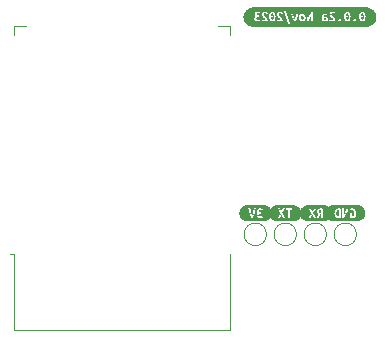
<source format=gbr>
%TF.GenerationSoftware,KiCad,Pcbnew,7.0.1-0*%
%TF.CreationDate,2023-11-20T21:41:35+01:00*%
%TF.ProjectId,luz,6c757a2e-6b69-4636-9164-5f7063625858,rev?*%
%TF.SameCoordinates,Original*%
%TF.FileFunction,Legend,Bot*%
%TF.FilePolarity,Positive*%
%FSLAX46Y46*%
G04 Gerber Fmt 4.6, Leading zero omitted, Abs format (unit mm)*
G04 Created by KiCad (PCBNEW 7.0.1-0) date 2023-11-20 21:41:35*
%MOMM*%
%LPD*%
G01*
G04 APERTURE LIST*
%ADD10C,0.120000*%
G04 APERTURE END LIST*
%TO.C,kibuzzard-655BB508*%
G36*
X69891590Y-97683185D02*
G01*
X69931595Y-97693980D01*
X69958900Y-97715570D01*
X69969060Y-97752400D01*
X69938580Y-97810185D01*
X69859840Y-97827330D01*
X69810310Y-97826695D01*
X69768400Y-97823520D01*
X69768400Y-97686360D01*
X69805230Y-97681915D01*
X69844600Y-97680010D01*
X69891590Y-97683185D01*
G37*
G36*
X68008339Y-97475064D02*
G01*
X68046915Y-97511735D01*
X68070251Y-97568409D01*
X68078030Y-97640640D01*
X68070886Y-97713030D01*
X68049455Y-97770180D01*
X68012149Y-97807327D01*
X67957380Y-97819710D01*
X67903881Y-97807327D01*
X67865305Y-97770180D01*
X67841969Y-97713030D01*
X67834190Y-97640640D01*
X67841334Y-97568409D01*
X67862765Y-97511735D01*
X67900071Y-97475064D01*
X67954840Y-97462840D01*
X68008339Y-97475064D01*
G37*
G36*
X72979119Y-97803359D02*
G01*
X72937685Y-97750495D01*
X72918988Y-97696238D01*
X72907769Y-97627446D01*
X72904030Y-97544120D01*
X72904605Y-97531420D01*
X72964990Y-97531420D01*
X72984675Y-97590475D01*
X73034840Y-97615240D01*
X73086910Y-97590475D01*
X73105960Y-97531420D01*
X73086910Y-97471730D01*
X73034840Y-97446330D01*
X72984675Y-97471730D01*
X72964990Y-97531420D01*
X72904605Y-97531420D01*
X72907769Y-97461499D01*
X72918988Y-97393131D01*
X72937685Y-97339015D01*
X72979119Y-97286151D01*
X73036110Y-97268530D01*
X73092308Y-97286151D01*
X73133900Y-97339015D01*
X73152950Y-97393131D01*
X73164380Y-97461499D01*
X73168190Y-97544120D01*
X73164380Y-97627446D01*
X73152950Y-97696238D01*
X73133900Y-97750495D01*
X73092308Y-97803359D01*
X73036110Y-97820980D01*
X73034840Y-97820587D01*
X72979119Y-97803359D01*
G37*
G36*
X71709119Y-97803359D02*
G01*
X71667685Y-97750495D01*
X71648988Y-97696238D01*
X71637769Y-97627446D01*
X71634030Y-97544120D01*
X71634605Y-97531420D01*
X71694990Y-97531420D01*
X71714675Y-97590475D01*
X71764840Y-97615240D01*
X71816910Y-97590475D01*
X71835960Y-97531420D01*
X71816910Y-97471730D01*
X71764840Y-97446330D01*
X71714675Y-97471730D01*
X71694990Y-97531420D01*
X71634605Y-97531420D01*
X71637769Y-97461499D01*
X71648988Y-97393131D01*
X71667685Y-97339015D01*
X71709119Y-97286151D01*
X71766110Y-97268530D01*
X71822307Y-97286151D01*
X71863900Y-97339015D01*
X71882950Y-97393131D01*
X71894380Y-97461499D01*
X71898190Y-97544120D01*
X71894380Y-97627446D01*
X71882950Y-97696238D01*
X71863900Y-97750495D01*
X71822307Y-97803359D01*
X71766110Y-97820980D01*
X71764840Y-97820587D01*
X71709119Y-97803359D01*
G37*
G36*
X65359119Y-97803359D02*
G01*
X65317685Y-97750495D01*
X65298988Y-97696238D01*
X65287769Y-97627446D01*
X65284030Y-97544120D01*
X65284605Y-97531420D01*
X65344990Y-97531420D01*
X65364675Y-97590475D01*
X65414840Y-97615240D01*
X65466910Y-97590475D01*
X65485960Y-97531420D01*
X65466910Y-97471730D01*
X65414840Y-97446330D01*
X65364675Y-97471730D01*
X65344990Y-97531420D01*
X65284605Y-97531420D01*
X65287769Y-97461499D01*
X65298988Y-97393131D01*
X65317685Y-97339015D01*
X65359119Y-97286151D01*
X65416110Y-97268530D01*
X65472308Y-97286151D01*
X65513900Y-97339015D01*
X65532950Y-97393131D01*
X65544380Y-97461499D01*
X65548190Y-97544120D01*
X65544380Y-97627446D01*
X65532950Y-97696238D01*
X65513900Y-97750495D01*
X65472308Y-97803359D01*
X65416110Y-97820980D01*
X65414840Y-97820587D01*
X65359119Y-97803359D01*
G37*
G36*
X72399840Y-98413223D02*
G01*
X71766110Y-98413223D01*
X71129840Y-98413223D01*
X70226870Y-98413223D01*
X69871270Y-98413223D01*
X68457760Y-98413223D01*
X67954840Y-98413223D01*
X67392230Y-98413223D01*
X66781360Y-98413223D01*
X65781870Y-98413223D01*
X65416110Y-98413223D01*
X64511870Y-98413223D01*
X64193100Y-98413223D01*
X63890840Y-98413223D01*
X63785007Y-98413223D01*
X63705297Y-98409307D01*
X63626355Y-98397597D01*
X63548940Y-98378206D01*
X63473800Y-98351320D01*
X63401656Y-98317199D01*
X63333204Y-98276170D01*
X63269103Y-98228630D01*
X63209971Y-98175036D01*
X63156377Y-98115903D01*
X63108836Y-98051803D01*
X63067808Y-97983351D01*
X63033686Y-97911207D01*
X63006800Y-97836066D01*
X62987409Y-97758652D01*
X62979511Y-97705410D01*
X63890840Y-97705410D01*
X63908620Y-97805740D01*
X63963230Y-97885115D01*
X64005140Y-97914960D01*
X64057210Y-97937185D01*
X64119757Y-97950996D01*
X64193100Y-97955600D01*
X64254695Y-97951155D01*
X64316925Y-97940360D01*
X64372170Y-97926390D01*
X64411540Y-97912420D01*
X64387570Y-97809550D01*
X64511870Y-97809550D01*
X64511870Y-97939090D01*
X65024950Y-97939090D01*
X65028125Y-97907340D01*
X65027490Y-97880670D01*
X65021616Y-97819710D01*
X65003995Y-97763830D01*
X64977325Y-97712554D01*
X64944305Y-97665405D01*
X64906840Y-97621908D01*
X64866835Y-97581585D01*
X64827332Y-97544120D01*
X65143060Y-97544120D01*
X65147426Y-97641593D01*
X65160523Y-97725730D01*
X65182351Y-97796532D01*
X65212910Y-97854000D01*
X65266532Y-97910444D01*
X65334266Y-97944311D01*
X65416110Y-97955600D01*
X65497954Y-97944311D01*
X65565688Y-97910444D01*
X65619310Y-97854000D01*
X65642947Y-97809550D01*
X65781870Y-97809550D01*
X65781870Y-97939090D01*
X66294950Y-97939090D01*
X66298125Y-97907340D01*
X66297490Y-97880670D01*
X66291616Y-97819710D01*
X66273995Y-97763830D01*
X66247325Y-97712554D01*
X66214305Y-97665405D01*
X66176840Y-97621908D01*
X66136835Y-97581585D01*
X66096830Y-97543644D01*
X66059365Y-97507290D01*
X65999675Y-97438710D01*
X65976180Y-97371400D01*
X66005390Y-97297105D01*
X66079050Y-97271070D01*
X66156520Y-97288850D01*
X66236530Y-97348540D01*
X66314000Y-97239320D01*
X66259231Y-97192965D01*
X66196525Y-97160580D01*
X66130009Y-97141530D01*
X66063810Y-97135180D01*
X65971100Y-97149150D01*
X65892360Y-97191060D01*
X65837750Y-97261545D01*
X65817430Y-97359970D01*
X65832670Y-97438075D01*
X65873310Y-97511100D01*
X65930460Y-97579680D01*
X65995230Y-97643180D01*
X66033330Y-97679375D01*
X66073970Y-97722555D01*
X66106355Y-97767640D01*
X66119690Y-97809550D01*
X65781870Y-97809550D01*
X65642947Y-97809550D01*
X65649869Y-97796532D01*
X65671697Y-97725730D01*
X65684794Y-97641593D01*
X65689160Y-97544120D01*
X65684715Y-97447759D01*
X65671380Y-97364415D01*
X65649155Y-97294089D01*
X65618040Y-97236780D01*
X65563994Y-97180336D01*
X65496684Y-97146469D01*
X65416110Y-97135180D01*
X65334266Y-97146398D01*
X65266532Y-97180053D01*
X65212910Y-97236145D01*
X65182351Y-97293255D01*
X65160523Y-97363621D01*
X65147426Y-97447243D01*
X65143060Y-97544120D01*
X64827332Y-97544120D01*
X64826830Y-97543644D01*
X64789365Y-97507290D01*
X64729675Y-97438710D01*
X64706180Y-97371400D01*
X64735390Y-97297105D01*
X64809050Y-97271070D01*
X64886520Y-97288850D01*
X64966530Y-97348540D01*
X65044000Y-97239320D01*
X64989231Y-97192965D01*
X64926525Y-97160580D01*
X64860009Y-97141530D01*
X64793810Y-97135180D01*
X64701100Y-97149150D01*
X64622360Y-97191060D01*
X64567750Y-97261545D01*
X64547430Y-97359970D01*
X64562670Y-97438075D01*
X64603310Y-97511100D01*
X64660460Y-97579680D01*
X64725230Y-97643180D01*
X64763330Y-97679375D01*
X64803970Y-97722555D01*
X64836355Y-97767640D01*
X64849690Y-97809550D01*
X64511870Y-97809550D01*
X64387570Y-97809550D01*
X64381060Y-97781610D01*
X64305495Y-97808280D01*
X64254536Y-97818758D01*
X64194370Y-97822250D01*
X64126266Y-97813678D01*
X64081975Y-97787960D01*
X64049590Y-97702870D01*
X64061972Y-97650006D01*
X64099120Y-97615875D01*
X64155317Y-97597301D01*
X64224850Y-97591110D01*
X64273110Y-97591110D01*
X64273110Y-97461570D01*
X64214690Y-97461570D01*
X64166430Y-97456490D01*
X64123250Y-97439980D01*
X64092135Y-97409500D01*
X64080070Y-97361240D01*
X64106105Y-97293295D01*
X64177860Y-97268530D01*
X64266125Y-97283135D01*
X64341690Y-97319330D01*
X64397570Y-97205030D01*
X64306765Y-97158675D01*
X64246599Y-97141054D01*
X64179130Y-97135180D01*
X64117376Y-97139307D01*
X64064195Y-97151690D01*
X63983550Y-97198045D01*
X63936560Y-97268530D01*
X63921320Y-97356160D01*
X63947990Y-97446330D01*
X64019110Y-97512370D01*
X63964976Y-97543803D01*
X63924495Y-97587300D01*
X63899254Y-97641593D01*
X63890840Y-97705410D01*
X62979511Y-97705410D01*
X62975699Y-97679710D01*
X62971783Y-97600000D01*
X62975699Y-97520290D01*
X62987409Y-97441348D01*
X63006800Y-97363934D01*
X63033686Y-97288793D01*
X63067808Y-97216649D01*
X63108836Y-97148197D01*
X63156377Y-97084097D01*
X63186048Y-97051360D01*
X66428300Y-97051360D01*
X66781360Y-98148640D01*
X66943920Y-98148640D01*
X66682570Y-97342190D01*
X67021390Y-97342190D01*
X67048774Y-97430574D01*
X67077587Y-97515386D01*
X67107829Y-97596627D01*
X67139500Y-97674295D01*
X67181833Y-97771168D01*
X67222473Y-97859433D01*
X67261420Y-97939090D01*
X67392230Y-97939090D01*
X67430542Y-97859433D01*
X67469277Y-97771168D01*
X67508435Y-97674295D01*
X67521552Y-97639370D01*
X67674170Y-97639370D01*
X67679250Y-97707156D01*
X67694490Y-97768275D01*
X67718937Y-97822091D01*
X67751640Y-97867970D01*
X67792121Y-97905118D01*
X67839905Y-97932740D01*
X67894356Y-97949885D01*
X67954840Y-97955600D01*
X68015324Y-97949885D01*
X68049608Y-97939090D01*
X68332030Y-97939090D01*
X68457760Y-97939090D01*
X68494378Y-97851954D01*
X68533113Y-97764959D01*
X68573965Y-97678105D01*
X68616933Y-97591251D01*
X68662018Y-97504256D01*
X68709220Y-97417120D01*
X68709220Y-97939090D01*
X68850190Y-97939090D01*
X68850190Y-97925120D01*
X69618540Y-97925120D01*
X69720140Y-97942900D01*
X69791578Y-97950520D01*
X69871270Y-97953060D01*
X69974775Y-97942900D01*
X70054150Y-97909245D01*
X70104950Y-97848285D01*
X70112430Y-97809550D01*
X70226870Y-97809550D01*
X70226870Y-97939090D01*
X70739950Y-97939090D01*
X70743125Y-97907340D01*
X70742490Y-97880670D01*
X70738452Y-97838760D01*
X71016810Y-97838760D01*
X71051100Y-97923850D01*
X71129840Y-97953060D01*
X71173020Y-97945440D01*
X71209215Y-97923215D01*
X71234615Y-97887655D01*
X71244140Y-97838760D01*
X71234615Y-97791135D01*
X71209215Y-97756210D01*
X71173020Y-97734620D01*
X71129840Y-97727000D01*
X71051100Y-97756210D01*
X71016810Y-97838760D01*
X70738452Y-97838760D01*
X70736616Y-97819710D01*
X70718995Y-97763830D01*
X70692325Y-97712554D01*
X70659305Y-97665405D01*
X70621840Y-97621908D01*
X70581835Y-97581585D01*
X70542332Y-97544120D01*
X71493060Y-97544120D01*
X71497426Y-97641593D01*
X71510523Y-97725730D01*
X71532351Y-97796532D01*
X71562910Y-97854000D01*
X71616532Y-97910444D01*
X71684266Y-97944311D01*
X71766110Y-97955600D01*
X71847954Y-97944311D01*
X71915688Y-97910444D01*
X71969310Y-97854000D01*
X71977414Y-97838760D01*
X72286810Y-97838760D01*
X72321100Y-97923850D01*
X72399840Y-97953060D01*
X72443020Y-97945440D01*
X72479215Y-97923215D01*
X72504615Y-97887655D01*
X72514140Y-97838760D01*
X72504615Y-97791135D01*
X72479215Y-97756210D01*
X72443020Y-97734620D01*
X72399840Y-97727000D01*
X72321100Y-97756210D01*
X72286810Y-97838760D01*
X71977414Y-97838760D01*
X71999869Y-97796532D01*
X72021697Y-97725730D01*
X72034794Y-97641593D01*
X72039160Y-97544120D01*
X72763060Y-97544120D01*
X72767426Y-97641593D01*
X72780522Y-97725730D01*
X72802351Y-97796532D01*
X72832910Y-97854000D01*
X72886532Y-97910444D01*
X72954266Y-97944311D01*
X73036110Y-97955600D01*
X73117954Y-97944311D01*
X73185688Y-97910444D01*
X73239310Y-97854000D01*
X73269869Y-97796532D01*
X73291698Y-97725730D01*
X73304794Y-97641593D01*
X73309160Y-97544120D01*
X73304715Y-97447759D01*
X73291380Y-97364415D01*
X73269155Y-97294089D01*
X73238040Y-97236780D01*
X73183994Y-97180336D01*
X73116684Y-97146469D01*
X73036110Y-97135180D01*
X72954266Y-97146398D01*
X72886532Y-97180053D01*
X72832910Y-97236145D01*
X72802351Y-97293255D01*
X72780522Y-97363621D01*
X72767426Y-97447243D01*
X72763060Y-97544120D01*
X72039160Y-97544120D01*
X72034715Y-97447759D01*
X72021380Y-97364415D01*
X71999155Y-97294089D01*
X71968040Y-97236780D01*
X71913994Y-97180336D01*
X71846684Y-97146469D01*
X71766110Y-97135180D01*
X71684266Y-97146398D01*
X71616532Y-97180053D01*
X71562910Y-97236145D01*
X71532351Y-97293255D01*
X71510523Y-97363621D01*
X71497426Y-97447243D01*
X71493060Y-97544120D01*
X70542332Y-97544120D01*
X70541830Y-97543644D01*
X70504365Y-97507290D01*
X70444675Y-97438710D01*
X70421180Y-97371400D01*
X70450390Y-97297105D01*
X70524050Y-97271070D01*
X70601520Y-97288850D01*
X70681530Y-97348540D01*
X70759000Y-97239320D01*
X70704231Y-97192965D01*
X70641525Y-97160580D01*
X70575009Y-97141530D01*
X70508810Y-97135180D01*
X70416100Y-97149150D01*
X70337360Y-97191060D01*
X70282750Y-97261545D01*
X70262430Y-97359970D01*
X70277670Y-97438075D01*
X70318310Y-97511100D01*
X70375460Y-97579680D01*
X70440230Y-97643180D01*
X70478330Y-97679375D01*
X70518970Y-97722555D01*
X70551355Y-97767640D01*
X70564690Y-97809550D01*
X70226870Y-97809550D01*
X70112430Y-97809550D01*
X70122730Y-97756210D01*
X70102410Y-97668580D01*
X70047800Y-97611430D01*
X69969060Y-97580315D01*
X69876350Y-97570790D01*
X69818882Y-97573330D01*
X69768400Y-97580950D01*
X69768400Y-97561900D01*
X69796340Y-97487605D01*
X69834440Y-97465221D01*
X69892860Y-97457760D01*
X69978585Y-97464110D01*
X70045260Y-97479350D01*
X70066850Y-97353620D01*
X69984300Y-97335205D01*
X69930007Y-97329014D01*
X69873810Y-97326950D01*
X69806341Y-97331236D01*
X69751255Y-97344095D01*
X69673150Y-97392355D01*
X69631240Y-97468555D01*
X69618540Y-97569520D01*
X69618540Y-97925120D01*
X68850190Y-97925120D01*
X68850190Y-97152960D01*
X68724460Y-97152960D01*
X68688900Y-97211221D01*
X68653340Y-97274245D01*
X68618256Y-97339491D01*
X68584125Y-97404420D01*
X68551740Y-97468237D01*
X68521895Y-97530150D01*
X68495384Y-97587300D01*
X68473000Y-97636830D01*
X68473000Y-97152960D01*
X68332030Y-97152960D01*
X68332030Y-97939090D01*
X68049608Y-97939090D01*
X68069775Y-97932740D01*
X68117717Y-97905118D01*
X68158675Y-97867970D01*
X68191854Y-97822091D01*
X68216460Y-97768275D01*
X68231700Y-97707156D01*
X68236780Y-97639370D01*
X68231541Y-97572536D01*
X68215825Y-97511735D01*
X68190742Y-97458078D01*
X68157405Y-97412675D01*
X68116289Y-97376163D01*
X68067870Y-97349175D01*
X68013577Y-97332506D01*
X67954840Y-97326950D01*
X67895309Y-97332506D01*
X67841175Y-97349175D01*
X67793232Y-97376163D01*
X67752275Y-97412675D01*
X67719096Y-97458078D01*
X67694490Y-97511735D01*
X67679250Y-97572536D01*
X67674170Y-97639370D01*
X67521552Y-97639370D01*
X67537605Y-97596627D01*
X67566061Y-97515386D01*
X67593803Y-97430574D01*
X67620830Y-97342190D01*
X67457000Y-97342190D01*
X67444459Y-97392037D01*
X67429695Y-97445060D01*
X67413344Y-97499829D01*
X67396040Y-97554915D01*
X67378101Y-97609366D01*
X67359845Y-97662230D01*
X67324920Y-97757480D01*
X67288090Y-97662230D01*
X67267929Y-97609366D01*
X67248085Y-97554915D01*
X67228717Y-97499829D01*
X67209985Y-97445060D01*
X67193316Y-97392037D01*
X67180140Y-97342190D01*
X67021390Y-97342190D01*
X66682570Y-97342190D01*
X66588320Y-97051360D01*
X66428300Y-97051360D01*
X63186048Y-97051360D01*
X63209971Y-97024964D01*
X63269103Y-96971370D01*
X63333204Y-96923830D01*
X63401656Y-96882801D01*
X63473800Y-96848680D01*
X63548940Y-96821794D01*
X63626355Y-96802403D01*
X63705297Y-96790693D01*
X63785007Y-96786777D01*
X63890840Y-96786777D01*
X73309160Y-96786777D01*
X73414993Y-96786777D01*
X73494703Y-96790693D01*
X73573645Y-96802403D01*
X73651060Y-96821794D01*
X73726200Y-96848680D01*
X73798344Y-96882801D01*
X73866796Y-96923830D01*
X73930897Y-96971370D01*
X73990029Y-97024964D01*
X74043623Y-97084097D01*
X74091164Y-97148197D01*
X74132192Y-97216649D01*
X74166314Y-97288793D01*
X74193200Y-97363934D01*
X74212591Y-97441348D01*
X74224301Y-97520290D01*
X74228217Y-97600000D01*
X74224301Y-97679710D01*
X74212591Y-97758652D01*
X74193200Y-97836066D01*
X74166314Y-97911207D01*
X74132192Y-97983351D01*
X74091164Y-98051803D01*
X74043623Y-98115903D01*
X73990029Y-98175036D01*
X73930897Y-98228630D01*
X73866796Y-98276170D01*
X73798344Y-98317199D01*
X73726200Y-98351320D01*
X73651060Y-98378206D01*
X73573645Y-98397597D01*
X73494703Y-98409307D01*
X73414993Y-98413223D01*
X73309160Y-98413223D01*
X73036110Y-98413223D01*
X72399840Y-98413223D01*
G37*
%TO.C,kibuzzard-655BB0BF*%
G36*
X71034850Y-113935205D02*
G01*
X71057710Y-113938380D01*
X71057710Y-114466700D01*
X71043740Y-114467970D01*
X71029770Y-114467970D01*
X70940235Y-114447650D01*
X70881815Y-114391770D01*
X70850065Y-114307315D01*
X70842921Y-114256039D01*
X70840540Y-114200000D01*
X70848160Y-114100940D01*
X70874830Y-114015850D01*
X70926900Y-113956795D01*
X71011990Y-113934570D01*
X71034850Y-113935205D01*
G37*
G36*
X71466650Y-114874793D02*
G01*
X71046280Y-114874793D01*
X70681790Y-114874793D01*
X70575957Y-114874793D01*
X70509815Y-114871544D01*
X70444311Y-114861827D01*
X70380075Y-114845737D01*
X70317724Y-114823428D01*
X70257861Y-114795115D01*
X70201062Y-114761070D01*
X70147872Y-114721622D01*
X70098806Y-114677151D01*
X70054334Y-114628084D01*
X70014887Y-114574895D01*
X69980842Y-114518095D01*
X69952529Y-114458232D01*
X69930220Y-114395882D01*
X69914129Y-114331646D01*
X69904413Y-114266141D01*
X69901163Y-114200000D01*
X70681790Y-114200000D01*
X70688616Y-114301124D01*
X70709095Y-114386055D01*
X70741639Y-114455746D01*
X70784660Y-114511150D01*
X70837524Y-114552901D01*
X70899595Y-114581635D01*
X70969604Y-114598304D01*
X71046280Y-114603860D01*
X71128195Y-114599415D01*
X71161740Y-114593700D01*
X71340920Y-114593700D01*
X71466650Y-114593700D01*
X71503268Y-114506564D01*
X71542003Y-114419569D01*
X71582855Y-114332715D01*
X71625823Y-114245861D01*
X71670908Y-114158866D01*
X71718110Y-114071730D01*
X71718110Y-114593700D01*
X71859080Y-114593700D01*
X71859080Y-113846940D01*
X71963220Y-113846940D01*
X72003860Y-113971400D01*
X72072440Y-113939650D01*
X72156260Y-113925680D01*
X72250240Y-113946000D01*
X72313105Y-114002515D01*
X72348665Y-114088875D01*
X72356761Y-114141739D01*
X72359460Y-114200000D01*
X72354521Y-114285725D01*
X72339704Y-114354940D01*
X72315010Y-114407645D01*
X72260082Y-114457651D01*
X72184200Y-114474320D01*
X72153720Y-114473050D01*
X72123240Y-114469240D01*
X72123240Y-114182220D01*
X71967030Y-114182220D01*
X71967030Y-114574650D01*
X72054025Y-114597510D01*
X72119271Y-114607035D01*
X72196900Y-114610210D01*
X72266909Y-114603701D01*
X72329615Y-114584175D01*
X72384384Y-114551790D01*
X72430580Y-114506705D01*
X72467727Y-114448920D01*
X72495350Y-114378435D01*
X72512495Y-114295409D01*
X72518210Y-114200000D01*
X72511542Y-114105544D01*
X72491540Y-114022835D01*
X72460107Y-113952191D01*
X72419150Y-113893930D01*
X72369302Y-113848369D01*
X72311200Y-113815825D01*
X72246747Y-113796299D01*
X72177850Y-113789790D01*
X72095935Y-113796775D01*
X72033070Y-113812650D01*
X71989255Y-113831700D01*
X71963220Y-113846940D01*
X71859080Y-113846940D01*
X71859080Y-113807570D01*
X71733350Y-113807570D01*
X71697790Y-113865831D01*
X71662230Y-113928855D01*
X71627146Y-113994101D01*
X71593015Y-114059030D01*
X71560630Y-114122847D01*
X71530785Y-114184760D01*
X71504274Y-114241910D01*
X71481890Y-114291440D01*
X71481890Y-113807570D01*
X71340920Y-113807570D01*
X71340920Y-114593700D01*
X71161740Y-114593700D01*
X71213920Y-114584810D01*
X71213920Y-113817730D01*
X71113590Y-113802490D01*
X71025960Y-113798680D01*
X70951824Y-113804395D01*
X70884355Y-113821540D01*
X70825141Y-113850909D01*
X70775770Y-113893295D01*
X70736241Y-113948857D01*
X70706555Y-114017755D01*
X70687981Y-114101099D01*
X70681790Y-114200000D01*
X69901163Y-114200000D01*
X69904413Y-114133859D01*
X69914129Y-114068354D01*
X69930220Y-114004118D01*
X69952529Y-113941768D01*
X69980842Y-113881905D01*
X70014887Y-113825105D01*
X70054334Y-113771916D01*
X70098806Y-113722849D01*
X70147872Y-113678378D01*
X70201062Y-113638930D01*
X70257861Y-113604885D01*
X70317724Y-113576572D01*
X70380075Y-113554263D01*
X70444311Y-113538173D01*
X70509815Y-113528456D01*
X70575957Y-113525207D01*
X70681790Y-113525207D01*
X72518210Y-113525207D01*
X72624043Y-113525207D01*
X72690185Y-113528456D01*
X72755689Y-113538173D01*
X72819925Y-113554263D01*
X72882276Y-113576572D01*
X72942139Y-113604885D01*
X72998938Y-113638930D01*
X73052128Y-113678378D01*
X73101194Y-113722849D01*
X73145666Y-113771916D01*
X73185113Y-113825105D01*
X73219158Y-113881905D01*
X73247471Y-113941768D01*
X73269780Y-114004118D01*
X73285871Y-114068354D01*
X73295587Y-114133859D01*
X73298837Y-114200000D01*
X73295587Y-114266141D01*
X73285871Y-114331646D01*
X73269780Y-114395882D01*
X73247471Y-114458232D01*
X73219158Y-114518095D01*
X73185113Y-114574895D01*
X73145666Y-114628084D01*
X73101194Y-114677151D01*
X73052128Y-114721622D01*
X72998938Y-114761070D01*
X72942139Y-114795115D01*
X72882276Y-114823428D01*
X72819925Y-114845737D01*
X72755689Y-114861827D01*
X72690185Y-114871544D01*
X72624043Y-114874793D01*
X72518210Y-114874793D01*
X72196900Y-114874793D01*
X71466650Y-114874793D01*
G37*
%TO.C,kibuzzard-655BB0B1*%
G36*
X69512115Y-113939015D02*
G01*
X69537515Y-113942190D01*
X69537515Y-114178410D01*
X69503225Y-114178410D01*
X69434327Y-114170631D01*
X69387655Y-114147295D01*
X69352095Y-114059030D01*
X69361620Y-114005055D01*
X69390195Y-113967590D01*
X69434327Y-113945683D01*
X69490525Y-113938380D01*
X69512115Y-113939015D01*
G37*
G36*
X68675185Y-114862093D02*
G01*
X68506275Y-114862093D01*
X68400442Y-114862093D01*
X68335545Y-114858905D01*
X68271274Y-114849371D01*
X68208246Y-114833584D01*
X68147070Y-114811694D01*
X68088333Y-114783914D01*
X68032602Y-114750510D01*
X67980414Y-114711805D01*
X67932271Y-114668171D01*
X67888637Y-114620028D01*
X67871937Y-114597510D01*
X68506275Y-114597510D01*
X68675185Y-114597510D01*
X68702014Y-114529248D01*
X68734240Y-114454000D01*
X68769959Y-114375260D01*
X68807265Y-114296520D01*
X68844095Y-114372879D01*
X68880925Y-114452095D01*
X68915215Y-114528771D01*
X68944425Y-114597510D01*
X69113335Y-114597510D01*
X69141275Y-114597510D01*
X69305105Y-114597510D01*
X69336696Y-114522739D01*
X69373050Y-114450825D01*
X69413214Y-114379864D01*
X69456235Y-114307950D01*
X69537515Y-114307950D01*
X69537515Y-114597510D01*
X69693725Y-114597510D01*
X69693725Y-113822810D01*
X69643560Y-113813285D01*
X69588315Y-113806935D01*
X69534975Y-113803760D01*
X69490525Y-113802490D01*
X69426390Y-113806300D01*
X69368605Y-113817730D01*
X69317805Y-113837097D01*
X69274625Y-113864720D01*
X69214300Y-113945365D01*
X69198584Y-113998546D01*
X69193345Y-114060300D01*
X69200330Y-114125705D01*
X69221285Y-114184760D01*
X69258432Y-114233973D01*
X69313995Y-114269850D01*
X69268275Y-114342875D01*
X69221285Y-114426695D01*
X69177470Y-114514325D01*
X69141275Y-114597510D01*
X69113335Y-114597510D01*
X69075870Y-114514960D01*
X69049835Y-114464795D01*
X69021260Y-114410820D01*
X68990621Y-114354146D01*
X68958395Y-114295885D01*
X68926010Y-114237941D01*
X68894895Y-114182220D01*
X69100635Y-113811380D01*
X68931725Y-113811380D01*
X68807265Y-114062840D01*
X68676455Y-113811380D01*
X68518975Y-113811380D01*
X68719635Y-114178410D01*
X68685662Y-114234290D01*
X68652325Y-114292710D01*
X68620416Y-114351606D01*
X68590730Y-114408915D01*
X68563901Y-114463525D01*
X68540565Y-114514325D01*
X68506275Y-114597510D01*
X67871937Y-114597510D01*
X67849931Y-114567839D01*
X67816527Y-114512109D01*
X67788747Y-114453372D01*
X67766858Y-114392196D01*
X67751070Y-114329168D01*
X67741537Y-114264896D01*
X67738348Y-114200000D01*
X67741537Y-114135104D01*
X67751070Y-114070832D01*
X67766858Y-114007804D01*
X67788747Y-113946628D01*
X67816527Y-113887891D01*
X67849931Y-113832161D01*
X67888637Y-113779972D01*
X67932271Y-113731829D01*
X67980414Y-113688195D01*
X68032602Y-113649490D01*
X68088333Y-113616086D01*
X68147070Y-113588306D01*
X68208246Y-113566416D01*
X68271274Y-113550629D01*
X68335545Y-113541095D01*
X68400442Y-113537907D01*
X68506275Y-113537907D01*
X69693725Y-113537907D01*
X69799558Y-113537907D01*
X69864455Y-113541095D01*
X69928726Y-113550629D01*
X69991754Y-113566416D01*
X70052930Y-113588306D01*
X70111667Y-113616086D01*
X70167398Y-113649490D01*
X70219586Y-113688195D01*
X70267729Y-113731829D01*
X70311363Y-113779972D01*
X70350069Y-113832161D01*
X70383473Y-113887891D01*
X70411253Y-113946628D01*
X70433142Y-114007804D01*
X70448930Y-114070832D01*
X70458463Y-114135104D01*
X70461652Y-114200000D01*
X70458463Y-114264896D01*
X70448930Y-114329168D01*
X70433142Y-114392196D01*
X70411253Y-114453372D01*
X70383473Y-114512109D01*
X70350069Y-114567839D01*
X70311363Y-114620028D01*
X70267729Y-114668171D01*
X70219586Y-114711805D01*
X70167398Y-114750510D01*
X70111667Y-114783914D01*
X70052930Y-114811694D01*
X69991754Y-114833584D01*
X69928726Y-114849371D01*
X69864455Y-114858905D01*
X69799558Y-114862093D01*
X69693725Y-114862093D01*
X69141275Y-114862093D01*
X68675185Y-114862093D01*
G37*
%TO.C,kibuzzard-655BB09E*%
G36*
X66056770Y-114857648D02*
G01*
X65887860Y-114857648D01*
X65782027Y-114857648D01*
X65717566Y-114854482D01*
X65653726Y-114845012D01*
X65591121Y-114829330D01*
X65530356Y-114807588D01*
X65472013Y-114779994D01*
X65416657Y-114746815D01*
X65364819Y-114708369D01*
X65316999Y-114665028D01*
X65273658Y-114617208D01*
X65255752Y-114593065D01*
X65887860Y-114593065D01*
X66056770Y-114593065D01*
X66083599Y-114524803D01*
X66115825Y-114449555D01*
X66151544Y-114370815D01*
X66188850Y-114292075D01*
X66225680Y-114368434D01*
X66262510Y-114447650D01*
X66296800Y-114524326D01*
X66326010Y-114593065D01*
X66494920Y-114593065D01*
X66457455Y-114510515D01*
X66431420Y-114460350D01*
X66402845Y-114406375D01*
X66372206Y-114349701D01*
X66339980Y-114291440D01*
X66307595Y-114233496D01*
X66276480Y-114177775D01*
X66410352Y-113936475D01*
X66540640Y-113936475D01*
X66747650Y-113936475D01*
X66747650Y-114593065D01*
X66905130Y-114593065D01*
X66905130Y-113936475D01*
X67112140Y-113936475D01*
X67112140Y-113806935D01*
X66540640Y-113806935D01*
X66540640Y-113936475D01*
X66410352Y-113936475D01*
X66482220Y-113806935D01*
X66313310Y-113806935D01*
X66188850Y-114058395D01*
X66058040Y-113806935D01*
X65900560Y-113806935D01*
X66101220Y-114173965D01*
X66067247Y-114229845D01*
X66033910Y-114288265D01*
X66002001Y-114347161D01*
X65972315Y-114404470D01*
X65945486Y-114459080D01*
X65922150Y-114509880D01*
X65887860Y-114593065D01*
X65255752Y-114593065D01*
X65235212Y-114565370D01*
X65202033Y-114510013D01*
X65174439Y-114451671D01*
X65152696Y-114390905D01*
X65137015Y-114328301D01*
X65127545Y-114264461D01*
X65124378Y-114200000D01*
X65127545Y-114135539D01*
X65137015Y-114071699D01*
X65152696Y-114009095D01*
X65174439Y-113948329D01*
X65202033Y-113889987D01*
X65235212Y-113834630D01*
X65273658Y-113782792D01*
X65316999Y-113734972D01*
X65364819Y-113691631D01*
X65416657Y-113653185D01*
X65472013Y-113620006D01*
X65530356Y-113592412D01*
X65591121Y-113570670D01*
X65653726Y-113554988D01*
X65717566Y-113545518D01*
X65782027Y-113542352D01*
X65887860Y-113542352D01*
X67112140Y-113542352D01*
X67217973Y-113542352D01*
X67282434Y-113545518D01*
X67346274Y-113554988D01*
X67408879Y-113570670D01*
X67469644Y-113592412D01*
X67527987Y-113620006D01*
X67583343Y-113653185D01*
X67635181Y-113691631D01*
X67683001Y-113734972D01*
X67726342Y-113782792D01*
X67764788Y-113834630D01*
X67797967Y-113889987D01*
X67825561Y-113948329D01*
X67847304Y-114009095D01*
X67862985Y-114071699D01*
X67872455Y-114135539D01*
X67875622Y-114200000D01*
X67872455Y-114264461D01*
X67862985Y-114328301D01*
X67847304Y-114390905D01*
X67825561Y-114451671D01*
X67797967Y-114510013D01*
X67764788Y-114565370D01*
X67726342Y-114617208D01*
X67683001Y-114665028D01*
X67635181Y-114708369D01*
X67583343Y-114746815D01*
X67527987Y-114779994D01*
X67469644Y-114807588D01*
X67408879Y-114829330D01*
X67346274Y-114845012D01*
X67282434Y-114854482D01*
X67217973Y-114857648D01*
X67112140Y-114857648D01*
X66747650Y-114857648D01*
X66056770Y-114857648D01*
G37*
%TO.C,kibuzzard-655BB076*%
G36*
X63782195Y-114874793D02*
G01*
X63398655Y-114874793D01*
X63292822Y-114874793D01*
X63226680Y-114871544D01*
X63161176Y-114861827D01*
X63096940Y-114845737D01*
X63034589Y-114823428D01*
X62974726Y-114795115D01*
X62917927Y-114761070D01*
X62864737Y-114721622D01*
X62815671Y-114677151D01*
X62771199Y-114628084D01*
X62731752Y-114574895D01*
X62697707Y-114518095D01*
X62669394Y-114458232D01*
X62647085Y-114395882D01*
X62630994Y-114331646D01*
X62621278Y-114266141D01*
X62618028Y-114200000D01*
X62621278Y-114133859D01*
X62630994Y-114068354D01*
X62647085Y-114004118D01*
X62669394Y-113941768D01*
X62697707Y-113881905D01*
X62731752Y-113825105D01*
X62744757Y-113807570D01*
X63398655Y-113807570D01*
X63415641Y-113888215D01*
X63436120Y-113977750D01*
X63459932Y-114074111D01*
X63486920Y-114175235D01*
X63506605Y-114244662D01*
X63527560Y-114314935D01*
X63549785Y-114386055D01*
X63572927Y-114456822D01*
X63596634Y-114526037D01*
X63620905Y-114593700D01*
X63782195Y-114593700D01*
X63813627Y-114500355D01*
X63846965Y-114395580D01*
X63857807Y-114360020D01*
X64080645Y-114360020D01*
X64098425Y-114460350D01*
X64153035Y-114539725D01*
X64194945Y-114569570D01*
X64247015Y-114591795D01*
X64309562Y-114605606D01*
X64382905Y-114610210D01*
X64444500Y-114605765D01*
X64506730Y-114594970D01*
X64561975Y-114581000D01*
X64601345Y-114567030D01*
X64570865Y-114436220D01*
X64495300Y-114462890D01*
X64444341Y-114473367D01*
X64384175Y-114476860D01*
X64316071Y-114468288D01*
X64271780Y-114442570D01*
X64239395Y-114357480D01*
X64251777Y-114304616D01*
X64288925Y-114270485D01*
X64345122Y-114251911D01*
X64414655Y-114245720D01*
X64462915Y-114245720D01*
X64462915Y-114116180D01*
X64404495Y-114116180D01*
X64356235Y-114111100D01*
X64313055Y-114094590D01*
X64281940Y-114064110D01*
X64269875Y-114015850D01*
X64295910Y-113947905D01*
X64367665Y-113923140D01*
X64455930Y-113937745D01*
X64531495Y-113973940D01*
X64587375Y-113859640D01*
X64496570Y-113813285D01*
X64436404Y-113795664D01*
X64368935Y-113789790D01*
X64307181Y-113793917D01*
X64254000Y-113806300D01*
X64173355Y-113852655D01*
X64126365Y-113923140D01*
X64111125Y-114010770D01*
X64137795Y-114100940D01*
X64208915Y-114166980D01*
X64154781Y-114198412D01*
X64114300Y-114241910D01*
X64089059Y-114296202D01*
X64080645Y-114360020D01*
X63857807Y-114360020D01*
X63869402Y-114321991D01*
X63890992Y-114248542D01*
X63911735Y-114175235D01*
X63931349Y-114103339D01*
X63949553Y-114034124D01*
X63966345Y-113967590D01*
X63987300Y-113878690D01*
X64001905Y-113807570D01*
X63836805Y-113807570D01*
X63827280Y-113873451D01*
X63813945Y-113949175D01*
X63797911Y-114031090D01*
X63780290Y-114115545D01*
X63761240Y-114200635D01*
X63740920Y-114284455D01*
X63720124Y-114363354D01*
X63699645Y-114433680D01*
X63679325Y-114364306D01*
X63659005Y-114285725D01*
X63639320Y-114201905D01*
X63620905Y-114116815D01*
X63603760Y-114032201D01*
X63587885Y-113949810D01*
X63573915Y-113873610D01*
X63562485Y-113807570D01*
X63398655Y-113807570D01*
X62744757Y-113807570D01*
X62771199Y-113771916D01*
X62815671Y-113722849D01*
X62864737Y-113678378D01*
X62917927Y-113638930D01*
X62974726Y-113604885D01*
X63034589Y-113576572D01*
X63096940Y-113554263D01*
X63161176Y-113538173D01*
X63226680Y-113528456D01*
X63292822Y-113525207D01*
X63398655Y-113525207D01*
X64601345Y-113525207D01*
X64707178Y-113525207D01*
X64773320Y-113528456D01*
X64838824Y-113538173D01*
X64903060Y-113554263D01*
X64965411Y-113576572D01*
X65025274Y-113604885D01*
X65082073Y-113638930D01*
X65135263Y-113678378D01*
X65184329Y-113722849D01*
X65228801Y-113771916D01*
X65268248Y-113825105D01*
X65302293Y-113881905D01*
X65330606Y-113941768D01*
X65352915Y-114004118D01*
X65369006Y-114068354D01*
X65378722Y-114133859D01*
X65381972Y-114200000D01*
X65378722Y-114266141D01*
X65369006Y-114331646D01*
X65352915Y-114395882D01*
X65330606Y-114458232D01*
X65302293Y-114518095D01*
X65268248Y-114574895D01*
X65228801Y-114628084D01*
X65184329Y-114677151D01*
X65135263Y-114721622D01*
X65082073Y-114761070D01*
X65025274Y-114795115D01*
X64965411Y-114823428D01*
X64903060Y-114845737D01*
X64838824Y-114861827D01*
X64773320Y-114871544D01*
X64707178Y-114874793D01*
X64601345Y-114874793D01*
X64382905Y-114874793D01*
X63782195Y-114874793D01*
G37*
D10*
%TO.C,U5*%
X43580000Y-98375000D02*
X44580000Y-98375000D01*
X43580000Y-117700000D02*
X43200000Y-117700000D01*
X61820000Y-98375000D02*
X60820000Y-98375000D01*
X61820000Y-124115000D02*
X61820000Y-117700000D01*
X43580000Y-99155000D02*
X43580000Y-98375000D01*
X43580000Y-124115000D02*
X61820000Y-124115000D01*
X61820000Y-99155000D02*
X61820000Y-98375000D01*
X43580000Y-124115000D02*
X43580000Y-117700000D01*
%TO.C,TP5*%
X72550000Y-116000000D02*
G75*
G03*
X72550000Y-116000000I-950000J0D01*
G01*
%TO.C,TP4*%
X70010000Y-116000000D02*
G75*
G03*
X70010000Y-116000000I-950000J0D01*
G01*
%TO.C,TP3*%
X67470000Y-116000000D02*
G75*
G03*
X67470000Y-116000000I-950000J0D01*
G01*
%TO.C,TP2*%
X64930000Y-116000000D02*
G75*
G03*
X64930000Y-116000000I-950000J0D01*
G01*
%TD*%
M02*

</source>
